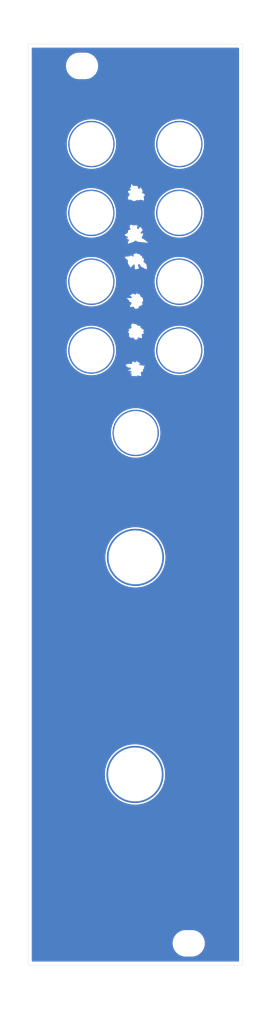
<source format=kicad_pcb>
(kicad_pcb (version 20221018) (generator pcbnew)
  (layers (0 "F.Cu" signal) (31 "B.Cu" signal) (34 "B.Paste" user) (35 "F.Paste" user) (36 "B.SilkS" user "B.Silkscreen") (37 "F.SilkS" user "F.Silkscreen") (38 "B.Mask" user) (39 "F.Mask" user) (44 "Edge.Cuts" user))
  (net 0 "")
  (net 1 "GND")
  (footprint "" (layer "F.Cu") (at 71.99 44.1)
    (fp_text reference "" (at 0 0) (layer "F.SilkS") (effects (font (size 1.27 1.27))))
    (fp_text value "" (at 0 0) (layer "F.SilkS") (effects (font (size 1.27 1.27))))
    (pad "1" thru_hole circle (at 0 0) (size 6.5 6.5) (drill 6.1) (layers "*.Cu" "*.Mask"))
  )
  (footprint "" (layer "F.Cu") (at 78.08 132.05)
    (fp_text reference "" (at 0 0) (layer "F.SilkS") (effects (font (size 1.27 1.27))))
    (fp_text value "" (at 0 0) (layer "F.SilkS") (effects (font (size 1.27 1.27))))
    (pad "1" thru_hole circle (at 0 0) (size 8 8) (drill 7.5) (layers "*.Cu" "*.Mask"))
  )
  (footprint "" (layer "F.Cu") (at 78.18 84.4)
    (fp_text reference "" (at 0 0) (layer "F.SilkS") (effects (font (size 1.27 1.27))))
    (fp_text value "" (at 0 0) (layer "F.SilkS") (effects (font (size 1.27 1.27))))
    (pad "1" thru_hole circle (at 0 0) (size 6.5 6.5) (drill 6.1) (layers "*.Cu" "*.Mask"))
  )
  (footprint "" (layer "F.Cu") (at 84.28 63.3)
    (fp_text reference "" (at 0 0) (layer "F.SilkS") (effects (font (size 1.27 1.27))))
    (fp_text value "" (at 0 0) (layer "F.SilkS") (effects (font (size 1.27 1.27))))
    (pad "1" thru_hole circle (at 0 0) (size 6.5 6.5) (drill 6.1) (layers "*.Cu" "*.Mask"))
  )
  (footprint "" (layer "F.Cu") (at 84.28 72.9)
    (fp_text reference "" (at 0 0) (layer "F.SilkS") (effects (font (size 1.27 1.27))))
    (fp_text value "" (at 0 0) (layer "F.SilkS") (effects (font (size 1.27 1.27))))
    (pad "1" thru_hole circle (at 0 0) (size 6.5 6.5) (drill 6.1) (layers "*.Cu" "*.Mask"))
  )
  (footprint "" (layer "F.Cu") (at 84.28 53.7)
    (fp_text reference "" (at 0 0) (layer "F.SilkS") (effects (font (size 1.27 1.27))))
    (fp_text value "" (at 0 0) (layer "F.SilkS") (effects (font (size 1.27 1.27))))
    (pad "1" thru_hole circle (at 0 0) (size 6.5 6.5) (drill 6.1) (layers "*.Cu" "*.Mask"))
  )
  (footprint "winterbloom:MountingHole_M3_Slotted_Eurorack" (layer "F.Cu") (at 85.59905 155.60905 180)
    (fp_text reference " " hide)
    (fp_text value " " hide)
    (pad "" np_thru_hole roundrect (at 0 0 180) (size 4 3.2) (drill oval 4 3.2) (layers "*.Cu" "*.Mask") (roundrect_rratio 0.5))
  )
  (footprint "" (layer "F.Cu") (at 71.98 63.3)
    (fp_text reference "" (at 0 0) (layer "F.SilkS") (effects (font (size 1.27 1.27))))
    (fp_text value "" (at 0 0) (layer "F.SilkS") (effects (font (size 1.27 1.27))))
    (pad "1" thru_hole circle (at 0 0) (size 6.5 6.5) (drill 6.1) (layers "*.Cu" "*.Mask"))
  )
  (footprint "" (layer "F.Cu") (at 71.98 72.9)
    (fp_text reference "" (at 0 0) (layer "F.SilkS") (effects (font (size 1.27 1.27))))
    (fp_text value "" (at 0 0) (layer "F.SilkS") (effects (font (size 1.27 1.27))))
    (pad "1" thru_hole circle (at 0 0) (size 6.5 6.5) (drill 6.1) (layers "*.Cu" "*.Mask"))
  )
  (footprint "winterbloom:MountingHole_M3_Slotted_Eurorack" (layer "F.Cu") (at 70.68 33.2)
    (fp_text reference " " hide)
    (fp_text value " " hide)
    (pad "" np_thru_hole roundrect (at 0 0) (size 4 3.2) (drill oval 4 3.2) (layers "*.Cu" "*.Mask") (roundrect_rratio 0.5))
  )
  (footprint "" (layer "F.Cu") (at 78.14 101.76)
    (fp_text reference "" (at 0 0) (layer "F.SilkS") (effects (font (size 1.27 1.27))))
    (fp_text value "" (at 0 0) (layer "F.SilkS") (effects (font (size 1.27 1.27))))
    (pad "1" thru_hole circle (at 0 0) (size 8 8) (drill 7.5) (layers "*.Cu" "*.Mask"))
  )
  (footprint "" (layer "F.Cu") (at 84.29 44.1)
    (fp_text reference "" (at 0 0) (layer "F.SilkS") (effects (font (size 1.27 1.27))))
    (fp_text value "" (at 0 0) (layer "F.SilkS") (effects (font (size 1.27 1.27))))
    (pad "1" thru_hole circle (at 0 0) (size 6.5 6.5) (drill 6.1) (layers "*.Cu" "*.Mask"))
  )
  (footprint "" (layer "F.Cu") (at 71.98 53.7)
    (fp_text reference "" (at 0 0) (layer "F.SilkS") (effects (font (size 1.27 1.27))))
    (fp_text value "" (at 0 0) (layer "F.SilkS") (effects (font (size 1.27 1.27))))
    (pad "1" thru_hole circle (at 0 0) (size 6.5 6.5) (drill 6.1) (layers "*.Cu" "*.Mask"))
  )
  (gr_rect (start 63.14 30.15) (end 93.14 158.65) (stroke (width 0.0381)) (fill none) (layer "Edge.Cuts"))
  (zone (net 1) (net_name "GND") (layers "F&B.Cu") (priority 1) (connect_pads (clearance 0)) (min_thickness 0.25) (fill yes (thermal_gap 0.5) (thermal_bridge_width 0.5))
    (polygon (pts (xy 59.2 24.8) (xy 98.1 24) (xy 96.3 166.9) (xy 59.2 165.1)))
  )
  (zone (net 0) (net_name "") (layers "F&B.Cu" "*.Adhes" "*.Paste" "*.SilkS" "*.Mask") (connect_pads (clearance 0)) (min_thickness 0.25)
    (keepout (tracks not_allowed) (vias not_allowed) (pads not_allowed) (copperpour not_allowed) (footprints not_allowed))
    (fill (thermal_gap 0.5) (thermal_bridge_width 0.5))
    (polygon (pts (xy 79.227033 75.472968) (xy 79.37 75.37) (xy 79.24 75.19) (xy 79.53 75.04) (xy 78.245937 74.897376) (xy 78.84 74.69) (xy 78.58 74.57) (xy 78.444744 74.43705) (xy 78.249376 74.400529) (xy 78.08 74.6) (xy 77.855256 74.43705) (xy 77.669925 74.508848) (xy 77.72 74.79) (xy 77.354063 74.747376) (xy 76.884288 74.805983) (xy 76.795697 74.983899) (xy 77.091306 75.275064) (xy 77.83 75.3) (xy 77 75.77) (xy 78.08 75.66) (xy 77.294288 76.079953) (xy 78.15 76.05) (xy 77.500943 76.332459) (xy 77.669925 76.437088) (xy 77.855256 76.508886) (xy 78.08 76.41) (xy 78.249376 76.545407) (xy 78.444744 76.36) (xy 78.630075 76.437088) (xy 78.96 76.46) (xy 78.945937 76.19856) (xy 78.85 75.93) (xy 79.154303 75.862037) (xy 79.208694 75.670872)))
  )
  (zone (net 0) (net_name "") (layers "F&B.Cu" "*.Adhes" "*.Paste" "*.SilkS" "*.Mask") (connect_pads (clearance 0)) (min_thickness 0.25)
    (keepout (tracks not_allowed) (vias not_allowed) (pads not_allowed) (copperpour not_allowed) (footprints not_allowed))
    (fill (thermal_gap 0.5) (thermal_bridge_width 0.5))
    (polygon (pts (xy 78.807033 56.74) (xy 78.788694 56.542096) (xy 79.154303 56.110931) (xy 79.065712 55.933015) (xy 78.945937 55.774408) (xy 78.799057 55.640509) (xy 78.28 56.34) (xy 78.444744 55.464082) (xy 78.249376 55.427561) (xy 78.050624 55.427561) (xy 77.855256 55.464082) (xy 77.529925 55.33588) (xy 77.360943 55.440509) (xy 77.354063 55.774408) (xy 77.56 56.01) (xy 77.145697 56.110931) (xy 77.091306 56.302096) (xy 77.072967 56.5) (xy 76.661306 56.727904) (xy 76.715697 56.919069) (xy 77.234288 57.066985) (xy 76.884063 57.315592) (xy 77.25 57.41) (xy 77.06 58.01) (xy 77.945256 57.725918) (xy 78.050624 57.572439) (xy 78.249376 57.572439) (xy 78.43 57.73) (xy 79.96 57.88) (xy 79.289057 57.349491) (xy 78.945937 57.225592) (xy 79.065712 57.066985) (xy 79.154303 56.889069) (xy 79.208694 56.697904) (xy 79.227033 56.5)))
  )
  (zone (net 0) (net_name "") (layers "F&B.Cu" "*.Adhes" "*.Paste" "*.SilkS" "*.Mask") (connect_pads (clearance 0)) (min_thickness 0.25)
    (keepout (tracks not_allowed) (vias not_allowed) (pads not_allowed) (copperpour not_allowed) (footprints not_allowed))
    (fill (thermal_gap 0.5) (thermal_bridge_width 0.5))
    (polygon (pts (xy 79.227033 66) (xy 79.208694 65.802096) (xy 79.154303 65.610931) (xy 79.065712 65.433015) (xy 78.98 65.87) (xy 78.799057 65.140509) (xy 78.630075 65.03588) (xy 78.444744 64.964082) (xy 78.249376 64.927561) (xy 78.67 65.42) (xy 77.855256 64.964082) (xy 77.669925 65.03588) (xy 77.500943 65.140509) (xy 77.354063 65.274408) (xy 77.724288 65.423015) (xy 77.635697 65.600931) (xy 76.89 65.57) (xy 77.23 65.89) (xy 77.321306 66.107904) (xy 77.655697 66.189069) (xy 77.514288 66.456985) (xy 77.354063 66.725592) (xy 77.500943 66.859491) (xy 77.759925 66.76412) (xy 77.945256 66.835918) (xy 78.050624 67.072439) (xy 78.249376 67.072439) (xy 78.444744 67.035918) (xy 78.630075 66.96412) (xy 78.469057 66.899491) (xy 78.615937 66.765592) (xy 79.065712 66.566985) (xy 79.154303 66.389069) (xy 78.79 66.53)))
  )
  (zone (net 0) (net_name "") (layers "F&B.Cu" "*.Adhes" "*.Paste" "*.SilkS" "*.Mask") (connect_pads (clearance 0)) (min_thickness 0.25)
    (keepout (tracks not_allowed) (vias not_allowed) (pads not_allowed) (copperpour not_allowed) (footprints not_allowed))
    (fill (thermal_gap 0.5) (thermal_bridge_width 0.5))
    (polygon (pts (xy 79.227033 60.487032) (xy 79.358694 60.289128) (xy 79.304303 60.097963) (xy 79.065712 59.920047) (xy 79.09 59.73) (xy 78.799057 59.627541) (xy 78.75 59.45) (xy 78.444744 59.451114) (xy 78.27 59.31) (xy 78.050624 59.414593) (xy 77.855256 59.451114) (xy 77.96 59.94) (xy 77.500943 59.627541) (xy 77.354063 59.76144) (xy 76.754288 59.800047) (xy 76.665697 59.977963) (xy 77.091306 60.289128) (xy 77.072967 60.487032) (xy 77.091306 60.684936) (xy 77.145697 60.876101) (xy 77.29 61.01) (xy 77.354063 61.212624) (xy 77.500943 61.346523) (xy 77.869925 60.891152) (xy 78.055256 60.96295) (xy 78.050624 61.559471) (xy 78.249376 61.559471) (xy 78.444744 61.52295) (xy 78.630075 61.451152) (xy 78.34 60.32) (xy 78.945937 61.212624) (xy 79.675712 61.584017) (xy 79.764303 61.406101) (xy 79.67 60.88)))
  )
  (zone (net 0) (net_name "") (layers "F&B.Cu" "*.Adhes" "*.Paste" "*.SilkS" "*.Mask") (connect_pads (clearance 0)) (min_thickness 0.25)
    (keepout (tracks not_allowed) (vias not_allowed) (pads not_allowed) (copperpour not_allowed) (footprints allowed))
    (fill (thermal_gap 0.5) (thermal_bridge_width 0.5))
    (polygon (pts (xy 79.227033 70.3) (xy 79.34 70.08) (xy 79.154303 69.910931) (xy 78.975712 69.813015) (xy 78.855937 69.654408) (xy 78.799057 69.440509) (xy 78.570075 69.46588) (xy 78.384744 69.394082) (xy 78.249376 69.227561) (xy 78.050624 69.227561) (xy 77.835256 69.114082) (xy 77.649925 69.18588) (xy 77.500943 69.440509) (xy 77.624063 69.674408) (xy 77.504288 69.833015) (xy 77.145697 69.910931) (xy 77.32 70.13) (xy 77.072967 70.3) (xy 77.231306 70.487904) (xy 77.285697 70.679069) (xy 77.234288 70.866985) (xy 77.354063 71.025592) (xy 77.500943 71.159491) (xy 77.729925 71.08412) (xy 77.915256 71.155918) (xy 78.050624 71.372439) (xy 78.249376 71.372439) (xy 78.444744 71.335918) (xy 78.48 71) (xy 78.799057 71.159491) (xy 79.07 71.17) (xy 79.065712 70.866985) (xy 78.98 70.63) (xy 79.34 70.52)))
  )
  (zone (net 0) (net_name "") (layers "F&B.Cu" "*.Mask") (connect_pads (clearance 0)) (min_thickness 0.25)
    (keepout (tracks not_allowed) (vias not_allowed) (pads not_allowed) (copperpour not_allowed) (footprints not_allowed))
    (fill (thermal_gap 0.5) (thermal_bridge_width 0.5))
    (polygon (pts (xy 79.227033 51) (xy 79.06 50.91) (xy 79.154303 50.610931) (xy 79.065712 50.433015) (xy 78.945937 50.274408) (xy 78.799057 50.140509) (xy 78.58 50.62) (xy 78.444744 49.964082) (xy 78.249376 49.927561) (xy 78.050624 49.927561) (xy 77.855256 49.964082) (xy 77.56 49.63) (xy 77.500943 50.140509) (xy 77.354063 50.274408) (xy 77.62 50.57) (xy 77.145697 50.610931) (xy 77.091306 50.802096) (xy 77.302967 51.03) (xy 77.321306 51.227904) (xy 77.145697 51.389069) (xy 77.074288 51.696985) (xy 77.194063 51.855592) (xy 77.500943 51.859491) (xy 77.669925 51.96412) (xy 77.855256 52.035918) (xy 78.050624 52.072439) (xy 78.239376 51.942439) (xy 78.434744 51.905918) (xy 78.630075 51.96412) (xy 78.799057 51.859491) (xy 79.35 51.99) (xy 79.33 51.55) (xy 79.154303 51.389069) (xy 79.438694 51.327904) (xy 79.457033 51.13)))
  )
)
</source>
